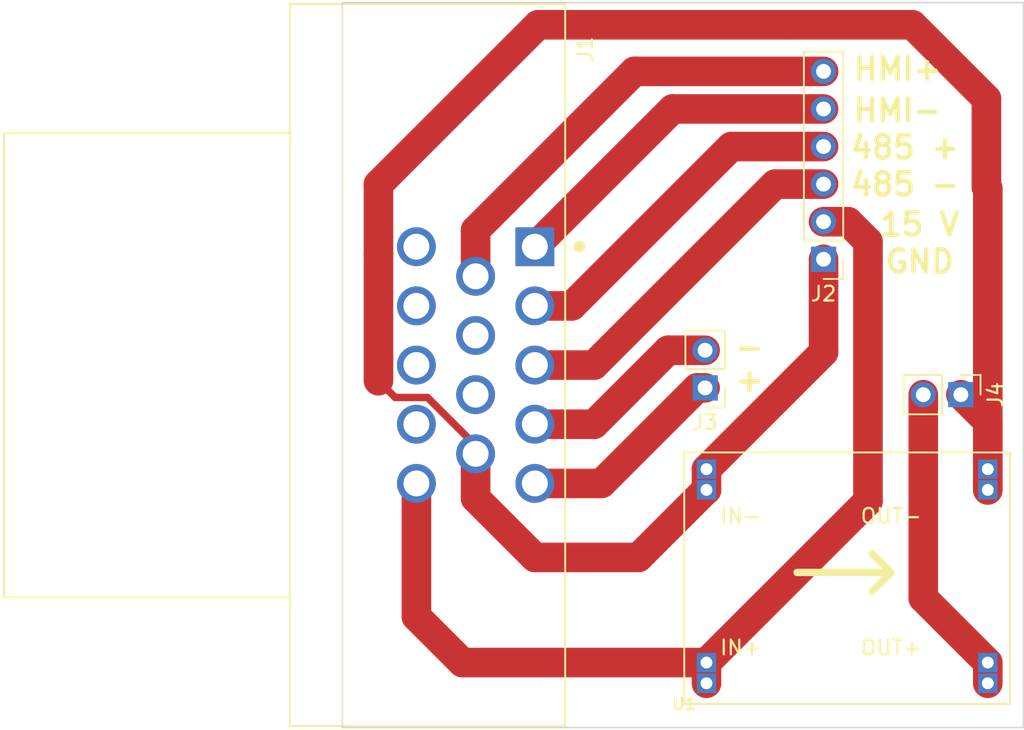
<source format=kicad_pcb>
(kicad_pcb (version 20211014) (generator pcbnew)
  (layers (0 "F.Cu" signal "cobre frontal") (31 "B.Cu" signal "Cobre traseira") (34 "B.Paste" user "Pasta traseira") (35 "F.Paste" user "Pasta frontal") (36 "B.SilkS" user "Serigrafia traseira") (37 "F.SilkS" user "Serigrafia frontal") (38 "B.Mask" user "Máscara traseira") (39 "F.Mask" user "Máscara frontal") (44 "Edge.Cuts" user "Cortes contorno"))
  (net 0 "")
  (net 1 "+15V")
  (net 2 "Net-(J1-Pad2)")
  (net 3 "Net-(J1-Pad6)")
  (net 6 "GND")
  (net 7 "Net-(J4-Pad2)")
  (net 9 "Net-(J3-Pad2)")
  (net 10 "Net-(J3-Pad1)")
  (net 12 "Net-(J2-Pad3)")
  (net 14 "Net-(J2-Pad5)")
  (footprint "Connector_PinHeader_2.54mm:PinHeader_1x02_P2.54mm_Vertical" (layer "F.Cu") (at 66 142.04 180)
    (property "Reference" "J3")
    (property "Value" "Conn_01x02_Male")
    (fp_text reference "J3" (at 0 -2.33) (layer "F.SilkS"))
    (fp_text value "TSMP")
    (fp_line (start -1.33 1.27) (end -1.33 3.87) (layer "F.SilkS") (width 0.12))
    (fp_line (start -1.33 3.87) (end 1.33 3.87) (layer "F.SilkS") (width 0.12))
    (fp_line (start -1.33 0) (end -1.33 -1.33) (layer "F.SilkS") (width 0.12))
    (fp_line (start -1.33 -1.33) (end 0 -1.33) (layer "F.SilkS") (width 0.12))
    (fp_line (start 1.33 1.27) (end 1.33 3.87) (layer "F.SilkS") (width 0.12))
    (fp_line (start -1.33 1.27) (end 1.33 1.27) (layer "F.SilkS") (width 0.12))
    (pad "1" thru_hole rect (at 0 0 180) (size 1.7 1.7) (drill 1) (layers *.Cu *.Mask) (net 10 "Net-(J3-Pad1)"))
    (pad "2" thru_hole oval (at 0 2.54 180) (size 1.7 1.7) (drill 1) (layers *.Cu *.Mask) (net 9 "Net-(J3-Pad2)"))
  )
  (footprint "776266-2:TE_776266-2" (layer "F.Cu") (at 50.5 140.5 -90)
    (property "Reference" "J1")
    (property "Value" "776266-2")
    (fp_text reference "J1" (at -21.352775 -7.394605 -90) (layer "F.SilkS") (effects (font (size 1.001299 1.001299))))
    (fp_text value "776266-2")
    (fp_line (start -15.7 12.55) (end -15.7 31.85) (layer "F.SilkS") (width 0.127))
    (fp_line (start -24.4 -6.05) (end -24.4 9) (layer "F.SilkS") (width 0.127))
    (fp_line (start 24.4 9) (end 24.4 12.55) (layer "F.SilkS") (width 0.127))
    (fp_line (start 24.4 9) (end 24.4 -6.05) (layer "F.SilkS") (width 0.127))
    (fp_line (start -24.4 12.55) (end -15.7 12.55) (layer "F.SilkS") (width 0.127))
    (fp_line (start -15.7 31.85) (end 15.7 31.85) (layer "F.SilkS") (width 0.127))
    (fp_line (start 15.7 31.85) (end 15.7 12.55) (layer "F.SilkS") (width 0.127))
    (fp_line (start 15.7 12.55) (end 24.4 12.55) (layer "F.SilkS") (width 0.127))
    (fp_line (start -24.4 -6.05) (end 24.4 -6.05) (layer "F.SilkS") (width 0.127))
    (fp_line (start -15.7 12.55) (end 15.7 12.55) (layer "F.SilkS") (width 0.127))
    (fp_line (start -24.4 12.55) (end -24.4 9) (layer "F.SilkS") (width 0.127))
    (fp_line (start -24.4 9) (end 24.4 9) (layer "F.SilkS") (width 0.127))
    (fp_circle (center -8 -7) (end -7.8 -7) (layer "F.SilkS") (width 0.4) (fill none))
    (pad "" np_thru_hole circle locked (at -14.5 0.5 270) (size 2.85 2.85) (drill 2.85) (layers *.Cu *.Mask))
    (pad "" np_thru_hole circle locked (at 14.5 0.5 270) (size 2.85 2.85) (drill 2.85) (layers *.Cu *.Mask))
    (pad "1" thru_hole rect locked (at -8 -4 270) (size 2.625 2.625) (drill 1.75) (layers *.Cu *.Mask) (net 14 "Net-(J2-Pad5)"))
    (pad "2" thru_hole circle locked (at -4 -4 270) (size 2.625 2.625) (drill 1.75) (layers *.Cu *.Mask) (net 2 "Net-(J1-Pad2)"))
    (pad "3" thru_hole circle locked (at 0 -4 270) (size 2.625 2.625) (drill 1.75) (layers *.Cu *.Mask) (net 12 "Net-(J2-Pad3)"))
    (pad "4" thru_hole circle locked (at 4 -4 270) (size 2.625 2.625) (drill 1.75) (layers *.Cu *.Mask) (net 9 "Net-(J3-Pad2)"))
    (pad "5" thru_hole circle locked (at 8 -4 270) (size 2.625 2.625) (drill 1.75) (layers *.Cu *.Mask) (net 10 "Net-(J3-Pad1)"))
    (pad "6" thru_hole circle locked (at -6 0 270) (size 2.625 2.625) (drill 1.75) (layers *.Cu *.Mask) (net 3 "Net-(J1-Pad6)"))
    (pad "7" thru_hole circle locked (at -2 0 270) (size 2.625 2.625) (drill 1.75) (layers *.Cu *.Mask))
    (pad "8" thru_hole circle locked (at 2 0 270) (size 2.625 2.625) (drill 1.75) (layers *.Cu *.Mask))
    (pad "9" thru_hole circle locked (at 6 0 270) (size 2.625 2.625) (drill 1.75) (layers *.Cu *.Mask) (net 6 "GND"))
    (pad "10" thru_hole circle locked (at -8 4 270) (size 2.625 2.625) (drill 1.75) (layers *.Cu *.Mask))
    (pad "11" thru_hole circle locked (at -4 4 270) (size 2.625 2.625) (drill 1.75) (layers *.Cu *.Mask))
    (pad "12" thru_hole circle locked (at 0 4 270) (size 2.625 2.625) (drill 1.75) (layers *.Cu *.Mask))
    (pad "13" thru_hole circle locked (at 4 4 270) (size 2.625 2.625) (drill 1.75) (layers *.Cu *.Mask))
    (pad "14" thru_hole circle locked (at 8 4 270) (size 2.625 2.625) (drill 1.75) (layers *.Cu *.Mask) (net 1 "+15V"))
  )
  (footprint "Cheetah:DC-BRICK" (layer "F.Cu") (at 64.59325 163.40675)
    (property "Reference" "U1")
    (property "Value" "MP1584")
    (fp_text reference "U1" (at 0 0) (layer "F.SilkS") (effects (font (size 0.787402 0.787402))))
    (fp_text value "MP1584")
    (fp_text user "IN+" (at 3.81 -3.81) (layer "F.SilkS"))
    (fp_text user "OUT+" (at 13.97 -3.81) (layer "F.SilkS"))
    (fp_text user "IN-" (at 3.81 -12.7) (layer "F.SilkS"))
    (fp_text user "OUT-" (at 13.97 -12.7) (layer "F.SilkS"))
    (fp_line (start 0 -17) (end 22 -17) (layer "F.SilkS") (width 0.127))
    (fp_line (start 7.62 -8.89) (end 13.97 -8.89) (layer "F.SilkS") (width 0.5))
    (fp_line (start 0 0) (end 0 -17) (layer "F.SilkS") (width 0.127))
    (fp_line (start 13.97 -8.89) (end 12.7 -7.62) (layer "F.SilkS") (width 0.5))
    (fp_line (start 13.97 -8.89) (end 12.7 -10.16) (layer "F.SilkS") (width 0.5))
    (fp_line (start 22 -17) (end 22 0) (layer "F.SilkS") (width 0.127))
    (fp_line (start 0 0) (end 22 0) (layer "F.SilkS") (width 0.127))
    (pad "1" thru_hole rect (at 1.5 -15.87) (size 1.308 1.308) (drill 0.8) (layers *.Cu *.Mask) (net 6 "GND"))
    (pad "2" thru_hole rect (at 1.5 -14.47) (size 1.308 1.308) (drill 0.8) (layers *.Cu *.Mask) (net 6 "GND"))
    (pad "3" thru_hole rect (at 1.5 -2.8) (size 1.308 1.308) (drill 0.8) (layers *.Cu *.Mask) (net 1 "+15V"))
    (pad "4" thru_hole rect (at 1.5 -1.4) (size 1.308 1.308) (drill 0.8) (layers *.Cu *.Mask) (net 1 "+15V"))
    (pad "5" thru_hole rect (at 20.5 -15.87) (size 1.308 1.308) (drill 0.8) (layers *.Cu *.Mask) (net 6 "GND"))
    (pad "6" thru_hole rect (at 20.5 -14.47) (size 1.308 1.308) (drill 0.8) (layers *.Cu *.Mask) (net 6 "GND"))
    (pad "7" thru_hole rect (at 20.5 -2.8) (size 1.308 1.308) (drill 0.8) (layers *.Cu *.Mask) (net 7 "Net-(J4-Pad2)"))
    (pad "8" thru_hole rect (at 20.5 -1.4) (size 1.308 1.308) (drill 0.8) (layers *.Cu *.Mask) (net 7 "Net-(J4-Pad2)"))
  )
  (footprint "Connector_PinHeader_2.54mm:PinHeader_1x02_P2.54mm_Vertical" (layer "F.Cu") (at 83.275 142.5 -90)
    (fp_text reference "J4" (at 0 -2.33 90) (layer "F.SilkS"))
    (fp_text value "5V")
    (fp_line (start 1.33 1.27) (end 1.33 3.87) (layer "F.SilkS") (width 0.12))
    (fp_line (start -1.33 1.27) (end 1.33 1.27) (layer "F.SilkS") (width 0.12))
    (fp_line (start -1.33 3.87) (end 1.33 3.87) (layer "F.SilkS") (width 0.12))
    (fp_line (start -1.33 -1.33) (end 0 -1.33) (layer "F.SilkS") (width 0.12))
    (fp_line (start -1.33 0) (end -1.33 -1.33) (layer "F.SilkS") (width 0.12))
    (fp_line (start -1.33 1.27) (end -1.33 3.87) (layer "F.SilkS") (width 0.12))
    (pad "1" thru_hole rect (at 0 0 270) (size 1.7 1.7) (drill 1) (layers *.Cu *.Mask) (net 6 "GND"))
    (pad "2" thru_hole oval (at 0 2.54 270) (size 1.7 1.7) (drill 1) (layers *.Cu *.Mask) (net 7 "Net-(J4-Pad2)"))
  )
  (footprint "Connector_PinHeader_2.54mm:PinHeader_1x06_P2.54mm_Vertical" (layer "F.Cu") (at 74 133.35 180)
    (property "Reference" "J2")
    (property "Value" "Conn_01x06_Male")
    (fp_text reference "J2" (at 0 -2.33) (layer "F.SilkS"))
    (fp_text value "INV")
    (fp_line (start 1.33 1.27) (end 1.33 14.03) (layer "F.SilkS") (width 0.12))
    (fp_line (start -1.33 0) (end -1.33 -1.33) (layer "F.SilkS") (width 0.12))
    (fp_line (start -1.33 1.27) (end 1.33 1.27) (layer "F.SilkS") (width 0.12))
    (fp_line (start -1.33 -1.33) (end 0 -1.33) (layer "F.SilkS") (width 0.12))
    (fp_line (start -1.33 1.27) (end -1.33 14.03) (layer "F.SilkS") (width 0.12))
    (fp_line (start -1.33 14.03) (end 1.33 14.03) (layer "F.SilkS") (width 0.12))
    (pad "1" thru_hole rect (at 0 0 180) (size 1.7 1.7) (drill 1) (layers *.Cu *.Mask) (net 6 "GND"))
    (pad "2" thru_hole oval (at 0 2.54 180) (size 1.7 1.7) (drill 1) (layers *.Cu *.Mask) (net 1 "+15V"))
    (pad "3" thru_hole oval (at 0 5.08 180) (size 1.7 1.7) (drill 1) (layers *.Cu *.Mask) (net 12 "Net-(J2-Pad3)"))
    (pad "4" thru_hole oval (at 0 7.62 180) (size 1.7 1.7) (drill 1) (layers *.Cu *.Mask) (net 2 "Net-(J1-Pad2)"))
    (pad "5" thru_hole oval (at 0 10.16 180) (size 1.7 1.7) (drill 1) (layers *.Cu *.Mask) (net 14 "Net-(J2-Pad5)"))
    (pad "6" thru_hole oval (at 0 12.7 180) (size 1.7 1.7) (drill 1) (layers *.Cu *.Mask) (net 3 "Net-(J1-Pad6)"))
  )
  (gr_rect (start 41.5 116) (end 87.5 165) (layer "Edge.Cuts") (width 0.1) (fill none))
  (gr_text "485 -\n\n" (at 79.5 129.5) (layer "F.SilkS") (effects (font (size 1.5 1.5) (thickness 0.3))))
  (gr_text "HMI+\n" (at 79 120.5) (layer "F.SilkS") (effects (font (size 1.5 1.5) (thickness 0.3))))
  (gr_text "-\n\n" (at 69 140.5) (layer "F.SilkS") (effects (font (size 1.5 1.5) (thickness 0.3))))
  (gr_text "+\n" (at 69 141.5) (layer "F.SilkS") (effects (font (size 1.5 1.5) (thickness 0.3))))
  (gr_text "HMI-\n\n" (at 79 124.5) (layer "F.SilkS") (effects (font (size 1.5 1.5) (thickness 0.3))))
  (gr_text "15 V" (at 80.5 131) (layer "F.SilkS") (effects (font (size 1.5 1.5) (thickness 0.3))))
  (gr_text "485 +\n\n" (at 79.5 127) (layer "F.SilkS") (effects (font (size 1.5 1.5) (thickness 0.3))))
  (gr_text "GND" (at 80.5 133.5) (layer "F.SilkS") (effects (font (size 1.5 1.5) (thickness 0.3))))
  (segment (start 66.09325 160.60675) (end 66.09325 162.00675) (width 2) (layer "F.Cu") (net 1))
  (segment (start 66.09325 160.60675) (end 49.60675 160.60675) (width 2) (layer "F.Cu") (net 1))
  (segment (start 77 149.7) (end 66.09325 160.60675) (width 2) (layer "F.Cu") (net 1))
  (segment (start 77 132.150978) (end 77 149.7) (width 2) (layer "F.Cu") (net 1))
  (segment (start 49.60675 160.60675) (end 46.5 157.5) (width 2) (layer "F.Cu") (net 1))
  (segment (start 74 130.81) (end 75.659022 130.81) (width 2) (layer "F.Cu") (net 1))
  (segment (start 46.5 157.5) (end 46.5 148.5) (width 2) (layer "F.Cu") (net 1))
  (segment (start 75.659022 130.81) (end 77 132.150978) (width 2) (layer "F.Cu") (net 1))
  (segment (start 67.77 125.73) (end 57 136.5) (width 2) (layer "F.Cu") (net 2))
  (segment (start 57 136.5) (end 54.5 136.5) (width 2) (layer "F.Cu") (net 2))
  (segment (start 74 125.73) (end 67.77 125.73) (width 2) (layer "F.Cu") (net 2))
  (segment (start 50.5 131.375978) (end 50.5 134.5) (width 2) (layer "F.Cu") (net 3))
  (segment (start 74 120.65) (end 61.225978 120.65) (width 2) (layer "F.Cu") (net 3))
  (segment (start 61.225978 120.65) (end 50.5 131.375978) (width 2) (layer "F.Cu") (net 3))
  (segment (start 85.09325 128.561949) (end 85 128.468699) (width 2) (layer "F.Cu") (net 6))
  (segment (start 50.5 146.5) (end 50.5 145.937428) (width 0.5) (layer "F.Cu") (net 6))
  (segment (start 54.717655 117.5) (end 43.937989 128.279666) (width 2) (layer "F.Cu") (net 6))
  (segment (start 85 122.5) (end 80 117.5) (width 2) (layer "F.Cu") (net 6))
  (segment (start 71.5 117.5) (end 54.717655 117.5) (width 2) (layer "F.Cu") (net 6))
  (segment (start 50.5 145.937428) (end 47.250561 142.687989) (width 0.5) (layer "F.Cu") (net 6))
  (segment (start 80 117.5) (end 71.5 117.5) (width 2) (layer "F.Cu") (net 6))
  (segment (start 85.09325 147.53675) (end 85.09325 144.31825) (width 2) (layer "F.Cu") (net 6))
  (segment (start 45.064757 142.687989) (end 43.937989 141.561221) (width 0.5) (layer "F.Cu") (net 6))
  (segment (start 43.937989 133) (end 43.937989 141.561221) (width 2) (layer "F.Cu") (net 6))
  (segment (start 66.09325 148.93675) (end 66.06325 148.93675) (width 2) (layer "F.Cu") (net 6))
  (segment (start 50.5 149.5) (end 50.5 146.5) (width 2) (layer "F.Cu") (net 6))
  (segment (start 66.09325 147.53675) (end 66.09325 148.93675) (width 2) (layer "F.Cu") (net 6))
  (segment (start 85.09325 144.31825) (end 83.275 142.5) (width 2) (layer "F.Cu") (net 6))
  (segment (start 85.09325 148.93675) (end 85.09325 128.561949) (width 2) (layer "F.Cu") (net 6))
  (segment (start 74 133.35) (end 74 139.63) (width 2) (layer "F.Cu") (net 6))
  (segment (start 54.5 153.5) (end 50.5 149.5) (width 2) (layer "F.Cu") (net 6))
  (segment (start 74 139.63) (end 66.09325 147.53675) (width 2) (layer "F.Cu") (net 6))
  (segment (start 66.06325 148.93675) (end 61.5 153.5) (width 2) (layer "F.Cu") (net 6))
  (segment (start 61.5 153.5) (end 54.5 153.5) (width 2) (layer "F.Cu") (net 6))
  (segment (start 47.250561 142.687989) (end 45.064757 142.687989) (width 0.5) (layer "F.Cu") (net 6))
  (segment (start 43.937989 128.279666) (end 43.937989 133) (width 2) (layer "F.Cu") (net 6))
  (segment (start 85.09325 147.53675) (end 85.09325 148.93675) (width 2) (layer "F.Cu") (net 6))
  (segment (start 85 128.468699) (end 85 122.5) (width 2) (layer "F.Cu") (net 6))
  (segment (start 80.735 156.2485) (end 85.09325 160.60675) (width 2) (layer "F.Cu") (net 7))
  (segment (start 80.735 142.5) (end 80.735 156.2485) (width 2) (layer "F.Cu") (net 7))
  (segment (start 85.09325 160.60675) (end 85.09325 162.00675) (width 2) (layer "F.Cu") (net 7))
  (segment (start 63.5 139.5) (end 66 139.5) (width 2) (layer "F.Cu") (net 9))
  (segment (start 58.5 144.5) (end 63.5 139.5) (width 2) (layer "F.Cu") (net 9))
  (segment (start 54.5 144.5) (end 58.5 144.5) (width 2) (layer "F.Cu") (net 9))
  (segment (start 65.46 142.04) (end 59 148.5) (width 2) (layer "F.Cu") (net 10))
  (segment (start 59 148.5) (end 54.5 148.5) (width 2) (layer "F.Cu") (net 10))
  (segment (start 66 142.04) (end 65.46 142.04) (width 2) (layer "F.Cu") (net 10))
  (segment (start 74 128.27) (end 70.73 128.27) (width 2) (layer "F.Cu") (net 12))
  (segment (start 58.5 140.5) (end 54.5 140.5) (width 2) (layer "F.Cu") (net 12))
  (segment (start 70.73 128.27) (end 58.5 140.5) (width 2) (layer "F.Cu") (net 12))
  (segment (start 74 123.19) (end 63.81 123.19) (width 2) (layer "F.Cu") (net 14))
  (segment (start 63.81 123.19) (end 54.5 132.5) (width 2) (layer "F.Cu") (net 14))
)
</source>
